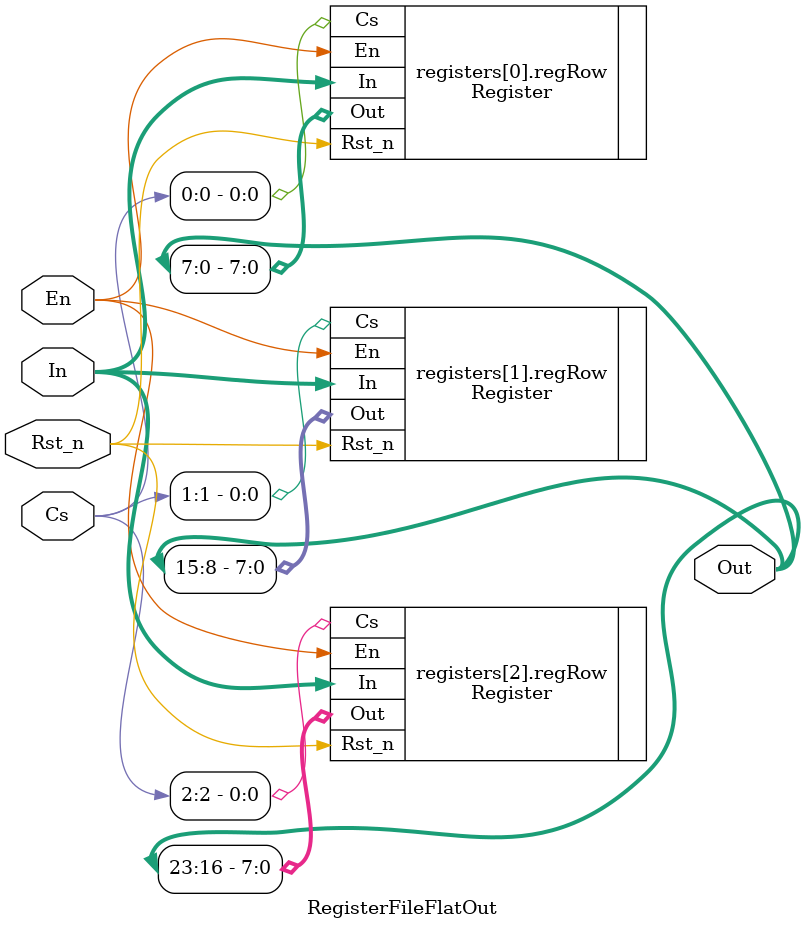
<source format=sv>
module RegisterFileFlatOut #(
    parameter WIDTH=8,
    parameter HEIGHT=3
)(
    input wire Rst_n,
    input wire En,
    input wire [WIDTH-1:0] In,
    input wire [HEIGHT-1:0] Cs,
    output wire [(HEIGHT*WIDTH)-1 : 0] Out
);

genvar i;
generate
    for (i = 0; i < HEIGHT; i = i+1)  begin: registers
        Register #(.WIDTH(WIDTH)) regRow(
            .Rst_n(Rst_n),
            .En(En),
            .Cs(Cs[i]),
            .In(In),
            .Out(Out[(WIDTH*(i+1))-1: (WIDTH*i)])
        );
    end
endgenerate

endmodule

</source>
